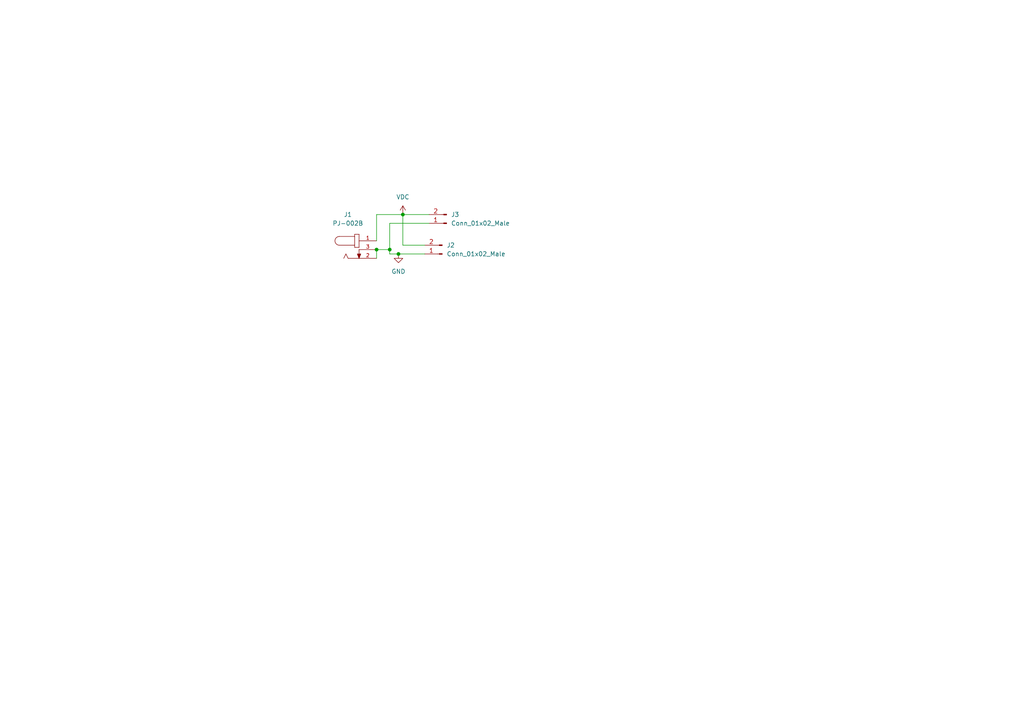
<source format=kicad_sch>
(kicad_sch (version 20211123) (generator eeschema)
  (paper "A4")
  (lib_symbols
    (symbol "Connector:Conn_01x02_Male" (pin_names (offset 1.016) hide)
      (property "Reference" "J" (at 0 2.54 0))
      (property "Value" "Conn_01x02_Male" (at 0 -5.08 0))
      (symbol "Conn_01x02_Male_1_1"
        (polyline (pts (xy 1.27 -2.54) (xy 0.8636 -2.54)) (stroke (width 0.1524)))
        (polyline (pts (xy 1.27 0) (xy 0.8636 0)) (stroke (width 0.1524)))
        (rectangle (start 0.8636 -2.413) (end 0 -2.667) (stroke (width 0.1524)) (fill (type outline)))
        (rectangle (start 0.8636 0.127) (end 0 -0.127) (stroke (width 0.1524)) (fill (type outline)))
        (pin passive line (at 5.08 0 180) (length 3.81) (name "Pin_1") (number "1"))
        (pin passive line (at 5.08 -2.54 180) (length 3.81) (name "Pin_2") (number "2"))
      )
    )
    (symbol "PJ-002B:PJ-002B" (pin_names (offset 1.016))
      (property "Reference" "J" (at -7.6337 5.0892 0))
      (property "Value" "PJ-002B" (at -7.6269 -5.0846 0))
      (symbol "PJ-002B_0_0"
        (arc (start -5.715 3.81) (mid -6.985 2.54) (end -5.715 1.27) (stroke (width 0.1524)))
        (polyline (pts (xy -5.715 3.81) (xy -1.27 3.81)) (stroke (width 0.1524)))
        (polyline (pts (xy -3.81 -1.27) (xy -4.445 -2.54)) (stroke (width 0.1524)))
        (polyline (pts (xy -3.175 -2.54) (xy -3.81 -1.27)) (stroke (width 0.1524)))
        (polyline (pts (xy -1.27 0.635) (xy 0 0.635)) (stroke (width 0.1524)))
        (polyline (pts (xy -1.27 1.27) (xy -5.715 1.27)) (stroke (width 0.1524)))
        (polyline (pts (xy -1.27 1.27) (xy -1.27 0.635)) (stroke (width 0.1524)))
        (polyline (pts (xy -1.27 3.81) (xy -1.27 1.27)) (stroke (width 0.1524)))
        (polyline (pts (xy -1.27 4.445) (xy -1.27 3.81)) (stroke (width 0.1524)))
        (polyline (pts (xy 0 -2.54) (xy -3.175 -2.54)) (stroke (width 0.1524)))
        (polyline (pts (xy 0 0) (xy 0 -2.54)) (stroke (width 0.1524)))
        (polyline (pts (xy 0 0.635) (xy 0 4.445)) (stroke (width 0.1524)))
        (polyline (pts (xy 0 4.445) (xy -1.27 4.445)) (stroke (width 0.1524)))
        (polyline (pts (xy 0 -2.54) (xy -0.508 -1.27) (xy 0.508 -1.27) (xy 0 -2.54)) (stroke (width 0.1524)) (fill (type outline)))
        (pin passive line (at 5.08 2.54 180) (length 5.08) (name "~") (number "1"))
        (pin passive line (at 5.08 -2.54 180) (length 5.08) (name "~") (number "2"))
        (pin passive line (at 5.08 0 180) (length 5.08) (name "~") (number "3"))
      )
    )
    (symbol "power:GND" (power) (pin_names (offset 0))
      (property "Value" "GND" (at 0 -3.81 0))
      (symbol "GND_0_1"
        (polyline (pts (xy 0 0) (xy 0 -1.27) (xy 1.27 -1.27) (xy 0 -2.54) (xy -1.27 -1.27) (xy 0 -1.27)))
      )
      (symbol "GND_1_1"
        (pin power_in line (at 0 0 270) (length 0) hide (name "GND") (number "1"))
      )
    )
    (symbol "power:VDC" (power) (pin_names (offset 0))
      (property "Value" "VDC" (at 0 6.35 0))
      (symbol "VDC_0_1"
        (polyline (pts (xy -0.762 1.27) (xy 0 2.54)))
        (polyline (pts (xy 0 0) (xy 0 2.54)))
        (polyline (pts (xy 0 2.54) (xy 0.762 1.27)))
      )
      (symbol "VDC_1_1"
        (pin power_in line (at 0 0 90) (length 0) hide (name "VDC") (number "1"))
      )
    )
  )
  (junction (at 115.57 73.66))
  (junction (at 109.22 72.39))
  (junction (at 113.03 72.39))
  (junction (at 116.84 62.23))
  (wire (pts (xy 113.03 72.39) (xy 109.22 72.39)))
  (wire (pts (xy 116.84 62.23) (xy 124.46 62.23)))
  (wire (pts (xy 109.22 69.85) (xy 109.22 62.23)))
  (wire (pts (xy 109.22 72.39) (xy 109.22 74.93)))
  (wire (pts (xy 109.22 62.23) (xy 116.84 62.23)))
  (wire (pts (xy 123.19 71.12) (xy 116.84 71.12)))
  (wire (pts (xy 113.03 64.77) (xy 113.03 72.39)))
  (wire (pts (xy 113.03 73.66) (xy 113.03 72.39)))
  (wire (pts (xy 116.84 71.12) (xy 116.84 62.23)))
  (wire (pts (xy 124.46 64.77) (xy 113.03 64.77)))
  (wire (pts (xy 123.19 73.66) (xy 115.57 73.66)))
  (wire (pts (xy 115.57 73.66) (xy 113.03 73.66)))
  (symbol (lib_id "Connector:Conn_01x02_Male") (at 129.54 64.77 180) (unit 1)
    (property "Reference" "J3" (at 130.81 62.2299 0) (effects (justify right)))
    (property "Value" "Conn_01x02_Male" (at 130.81 64.7699 0) (effects (justify right)))
    (property "Footprint" "Connector_PinHeader_2.54mm:PinHeader_1x02_P2.54mm_Vertical" (effects hide))
  )
  (symbol (lib_id "power:GND") (at 115.57 73.66 0) (unit 1)
    (property "Reference" "#PWR01" (effects hide))
    (property "Value" "GND" (at 115.57 78.74 0))
  )
  (symbol (lib_id "Connector:Conn_01x02_Male") (at 128.27 73.66 180) (unit 1)
    (property "Reference" "J2" (at 129.54 71.1199 0) (effects (justify right)))
    (property "Value" "Conn_01x02_Male" (at 129.54 73.6599 0) (effects (justify right)))
    (property "Footprint" "Connector_PinHeader_2.54mm:PinHeader_1x02_P2.54mm_Vertical" (effects hide))
  )
  (symbol (lib_id "PJ-002B:PJ-002B") (at 104.14 72.39 0) (unit 1)
    (property "Reference" "J1" (at 100.9015 62.23 0))
    (property "Value" "PJ-002B" (at 100.9015 64.77 0))
    (property "Footprint" "CUI_PJ-002B" (effects hide))
    (property "STANDARD" "Manufacturer recommendations" (effects hide))
    (property "MANUFACTURER" "CUI INC" (effects hide))
  )
  (symbol (lib_id "power:VDC") (at 116.84 62.23 0) (unit 1)
    (property "Reference" "#PWR02" (effects hide))
    (property "Value" "VDC" (at 116.84 57.15 0))
  )
)
</source>
